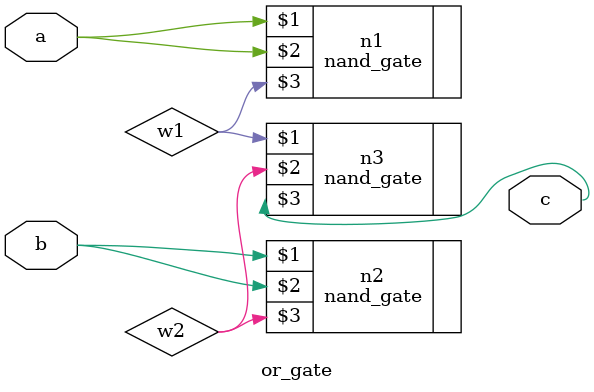
<source format=v>
`include "nand_gate.v"

module or_gate(a, b, c);
input a, b;
output c;
wire w1, w2;
nand_gate n1(a, a, w1);
nand_gate n2(b, b, w2);
nand_gate n3(w1, w2, c);
endmodule
</source>
